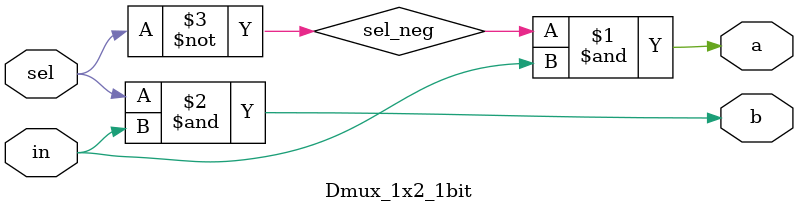
<source format=v>
`timescale 1ns/1ps

module Crossbar_2x2_4bit(in1, in2, control, out1, out2);
input [3:0] in1, in2;
input control;
output [3:0] out1, out2;

wire [3:0] w1, w2, w3, w4;
wire control_neg;

not not0(control_neg, control); 

Dmux_1x2_1bit Dmux0[3:0](.in(in1), .a(w1), .b(w2), .sel(control_neg));
Dmux_1x2_1bit Dmux1[3:0](.in(in2), .a(w3), .b(w4), .sel(control));

Mux mux0[3:0](.a(w1), .b(w3), .sel(control_neg), .f(out1));
Mux mux1[3:0](.a(w2), .b(w4), .sel(control), .f(out2));

endmodule

module Mux(a, b, sel, f);
input a, b;
input sel;
output f;

wire neg_sel;
wire w0, w1;

not n0(neg_sel, sel);

and and0(w0, a, neg_sel);
and and1(w1, b, sel);

or or0(f, w0, w1);

endmodule

module Dmux_1x2_1bit(in, a, b, sel);
input in;
input sel;
output a,b;

wire sel_neg;

not not0(sel_neg, sel);

and and0(a, sel_neg, in);
and and1(b, sel, in);

endmodule


</source>
